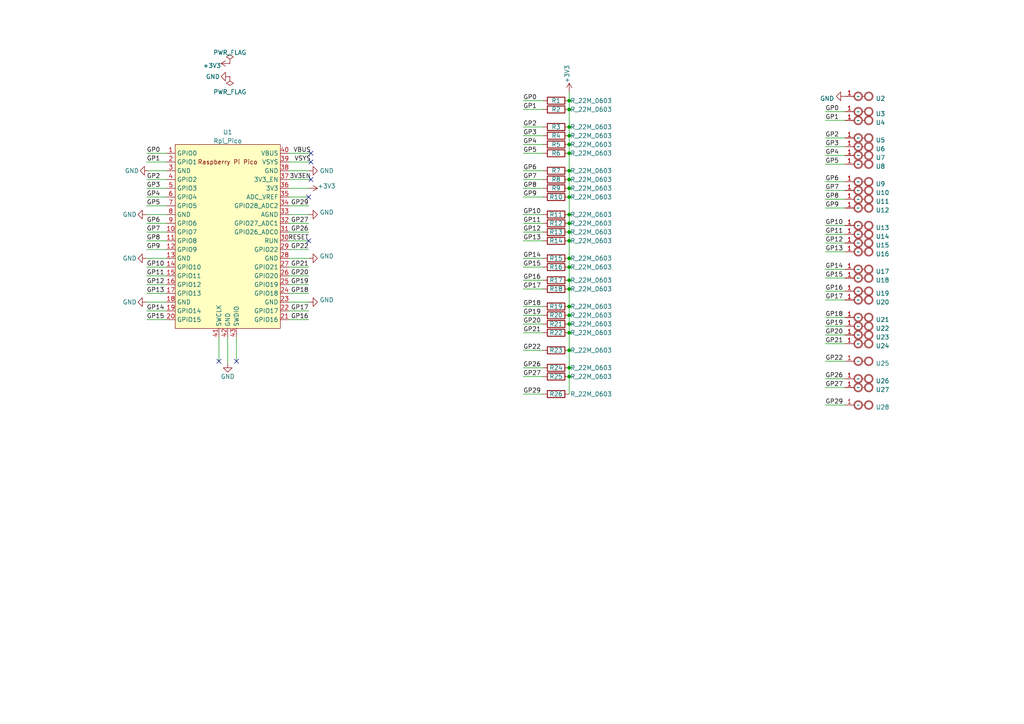
<source format=kicad_sch>
(kicad_sch (version 20230121) (generator eeschema)
  (paper "A4")
  (lib_symbols
    (symbol "HS_Digital:Rpi_Pico"
      (property "Reference" "U" (at -13.97 27.94 0))
      (property "Value" "Rpi_Pico" (at 0 19.05 0))
      (symbol "Rpi_Pico_0_0"
        (text "Raspberry Pi Pico" (at 0 21.59 0) (effects (font (size 1.27 1.27))))
      )
      (symbol "Rpi_Pico_0_1"
        (rectangle (start -15.24 26.67) (end 15.24 -26.67) (fill (type background)))
      )
      (symbol "Rpi_Pico_1_1"
        (pin bidirectional line (at -17.78 24.13 0) (length 2.54) (name "GPIO0") (number "1"))
        (pin bidirectional line (at -17.78 1.27 0) (length 2.54) (name "GPIO7") (number "10"))
        (pin bidirectional line (at -17.78 -1.27 0) (length 2.54) (name "GPIO8") (number "11"))
        (pin bidirectional line (at -17.78 -3.81 0) (length 2.54) (name "GPIO9") (number "12"))
        (pin power_in line (at -17.78 -6.35 0) (length 2.54) (name "GND") (number "13"))
        (pin bidirectional line (at -17.78 -8.89 0) (length 2.54) (name "GPIO10") (number "14"))
        (pin bidirectional line (at -17.78 -11.43 0) (length 2.54) (name "GPIO11") (number "15"))
        (pin bidirectional line (at -17.78 -13.97 0) (length 2.54) (name "GPIO12") (number "16"))
        (pin bidirectional line (at -17.78 -16.51 0) (length 2.54) (name "GPIO13") (number "17"))
        (pin power_in line (at -17.78 -19.05 0) (length 2.54) (name "GND") (number "18"))
        (pin bidirectional line (at -17.78 -21.59 0) (length 2.54) (name "GPIO14") (number "19"))
        (pin bidirectional line (at -17.78 21.59 0) (length 2.54) (name "GPIO1") (number "2"))
        (pin bidirectional line (at -17.78 -24.13 0) (length 2.54) (name "GPIO15") (number "20"))
        (pin bidirectional line (at 17.78 -24.13 180) (length 2.54) (name "GPIO16") (number "21"))
        (pin bidirectional line (at 17.78 -21.59 180) (length 2.54) (name "GPIO17") (number "22"))
        (pin power_in line (at 17.78 -19.05 180) (length 2.54) (name "GND") (number "23"))
        (pin bidirectional line (at 17.78 -16.51 180) (length 2.54) (name "GPIO18") (number "24"))
        (pin bidirectional line (at 17.78 -13.97 180) (length 2.54) (name "GPIO19") (number "25"))
        (pin bidirectional line (at 17.78 -11.43 180) (length 2.54) (name "GPIO20") (number "26"))
        (pin bidirectional line (at 17.78 -8.89 180) (length 2.54) (name "GPIO21") (number "27"))
        (pin power_in line (at 17.78 -6.35 180) (length 2.54) (name "GND") (number "28"))
        (pin bidirectional line (at 17.78 -3.81 180) (length 2.54) (name "GPIO22") (number "29"))
        (pin power_in line (at -17.78 19.05 0) (length 2.54) (name "GND") (number "3"))
        (pin input line (at 17.78 -1.27 180) (length 2.54) (name "RUN") (number "30"))
        (pin bidirectional line (at 17.78 1.27 180) (length 2.54) (name "GPIO26_ADC0") (number "31"))
        (pin bidirectional line (at 17.78 3.81 180) (length 2.54) (name "GPIO27_ADC1") (number "32"))
        (pin power_in line (at 17.78 6.35 180) (length 2.54) (name "AGND") (number "33"))
        (pin bidirectional line (at 17.78 8.89 180) (length 2.54) (name "GPIO28_ADC2") (number "34"))
        (pin power_in line (at 17.78 11.43 180) (length 2.54) (name "ADC_VREF") (number "35"))
        (pin power_in line (at 17.78 13.97 180) (length 2.54) (name "3V3") (number "36"))
        (pin input line (at 17.78 16.51 180) (length 2.54) (name "3V3_EN") (number "37"))
        (pin bidirectional line (at 17.78 19.05 180) (length 2.54) (name "GND") (number "38"))
        (pin power_in line (at 17.78 21.59 180) (length 2.54) (name "VSYS") (number "39"))
        (pin bidirectional line (at -17.78 16.51 0) (length 2.54) (name "GPIO2") (number "4"))
        (pin power_in line (at 17.78 24.13 180) (length 2.54) (name "VBUS") (number "40"))
        (pin input line (at -2.54 -29.21 90) (length 2.54) (name "SWCLK") (number "41"))
        (pin power_in line (at 0 -29.21 90) (length 2.54) (name "GND") (number "42"))
        (pin bidirectional line (at 2.54 -29.21 90) (length 2.54) (name "SWDIO") (number "43"))
        (pin bidirectional line (at -17.78 13.97 0) (length 2.54) (name "GPIO3") (number "5"))
        (pin bidirectional line (at -17.78 11.43 0) (length 2.54) (name "GPIO4") (number "6"))
        (pin bidirectional line (at -17.78 8.89 0) (length 2.54) (name "GPIO5") (number "7"))
        (pin power_in line (at -17.78 6.35 0) (length 2.54) (name "GND") (number "8"))
        (pin bidirectional line (at -17.78 3.81 0) (length 2.54) (name "GPIO6") (number "9"))
      )
    )
    (symbol "HS_Meca:ALIGATOR_CLIP"
      (property "Reference" "U" (at 0 2.54 0))
      (symbol "ALIGATOR_CLIP_0_1"
        (polyline (pts (xy 1.27 0) (xy 1.778 0)))
        (circle (center 0 0) (radius 1.016))
        (circle (center 0 0) (radius 1.27))
        (circle (center 3.048 0) (radius 1.27))
        (circle (center 3.048 0) (radius 1.016))
      )
      (symbol "ALIGATOR_CLIP_1_1"
        (pin input line (at -3.81 0 0) (length 2.54) (name "") (number "1"))
      )
    )
    (symbol "HS_Passive:R_22M_0603" (pin_numbers hide) (pin_names (offset 0))
      (property "Reference" "R" (at 2.032 0 90))
      (property "Value" "R_22M_0603" (at -2.54 0 90))
      (symbol "R_22M_0603_0_1"
        (rectangle (start -1.016 -2.54) (end 1.016 2.54) (stroke (width 0.254)))
      )
      (symbol "R_22M_0603_1_1"
        (pin passive line (at 0 3.81 270) (length 1.27) (name "~") (number "1"))
        (pin passive line (at 0 -3.81 90) (length 1.27) (name "~") (number "2"))
      )
    )
    (symbol "power:+3V3" (power) (pin_names (offset 0))
      (property "Value" "+3V3" (at 0 3.556 0))
      (symbol "+3V3_0_1"
        (polyline (pts (xy -0.762 1.27) (xy 0 2.54)))
        (polyline (pts (xy 0 0) (xy 0 2.54)))
        (polyline (pts (xy 0 2.54) (xy 0.762 1.27)))
      )
      (symbol "+3V3_1_1"
        (pin power_in line (at 0 0 90) (length 0) hide (name "+3V3") (number "1"))
      )
    )
    (symbol "power:GND" (power) (pin_names (offset 0))
      (property "Value" "GND" (at 0 -3.81 0))
      (symbol "GND_0_1"
        (polyline (pts (xy 0 0) (xy 0 -1.27) (xy 1.27 -1.27) (xy 0 -2.54) (xy -1.27 -1.27) (xy 0 -1.27)))
      )
      (symbol "GND_1_1"
        (pin power_in line (at 0 0 270) (length 0) hide (name "GND") (number "1"))
      )
    )
    (symbol "power:PWR_FLAG" (power) (pin_numbers hide) (pin_names (offset 0) hide)
      (property "Value" "PWR_FLAG" (at 0 3.81 0))
      (symbol "PWR_FLAG_0_0"
        (pin power_out line (at 0 0 90) (length 0) (name "pwr") (number "1"))
      )
      (symbol "PWR_FLAG_0_1"
        (polyline (pts (xy 0 0) (xy 0 1.27) (xy -1.016 1.905) (xy 0 2.54) (xy 1.016 1.905) (xy 0 1.27)))
      )
    )
  )
  (junction (at 165.1 29.21))
  (junction (at 165.1 74.93))
  (junction (at 165.1 39.37))
  (junction (at 165.1 81.28))
  (junction (at 165.1 88.9))
  (junction (at 165.1 67.31))
  (junction (at 165.1 93.98))
  (junction (at 165.1 31.75))
  (junction (at 165.1 49.53))
  (junction (at 165.1 41.91))
  (junction (at 165.1 52.07))
  (junction (at 165.1 96.52))
  (junction (at 165.1 101.6))
  (junction (at 165.1 91.44))
  (junction (at 165.1 57.15))
  (junction (at 165.1 44.45))
  (junction (at 165.1 64.77))
  (junction (at 165.1 69.85))
  (junction (at 165.1 109.22))
  (junction (at 165.1 36.83))
  (junction (at 165.1 106.68))
  (junction (at 165.1 77.47))
  (junction (at 165.1 54.61))
  (junction (at 165.1 83.82))
  (junction (at 165.1 62.23))
  (no_connect (at 90.17 52.07))
  (no_connect (at 89.535 69.85))
  (no_connect (at 63.5 104.775))
  (no_connect (at 68.58 104.775))
  (no_connect (at 90.17 46.99))
  (no_connect (at 89.535 57.15))
  (no_connect (at 90.17 44.45))
  (wire (pts (xy 83.82 69.85) (xy 89.535 69.85)))
  (wire (pts (xy 157.48 81.28) (xy 151.765 81.28)))
  (wire (pts (xy 165.1 36.83) (xy 165.1 39.37)))
  (wire (pts (xy 245.11 117.475) (xy 239.395 117.475)))
  (wire (pts (xy 245.11 94.615) (xy 239.395 94.615)))
  (wire (pts (xy 42.545 69.85) (xy 48.26 69.85)))
  (wire (pts (xy 42.545 44.45) (xy 48.26 44.45)))
  (wire (pts (xy 239.395 65.405) (xy 245.11 65.405)))
  (wire (pts (xy 42.545 64.77) (xy 48.26 64.77)))
  (wire (pts (xy 90.17 44.45) (xy 83.82 44.45)))
  (wire (pts (xy 245.11 92.075) (xy 239.395 92.075)))
  (wire (pts (xy 42.545 46.99) (xy 48.26 46.99)))
  (wire (pts (xy 165.1 101.6) (xy 165.1 106.68)))
  (wire (pts (xy 42.545 52.07) (xy 48.26 52.07)))
  (wire (pts (xy 90.17 46.99) (xy 83.82 46.99)))
  (wire (pts (xy 83.82 64.77) (xy 89.535 64.77)))
  (wire (pts (xy 239.395 73.025) (xy 245.11 73.025)))
  (wire (pts (xy 157.48 88.9) (xy 151.765 88.9)))
  (wire (pts (xy 151.765 57.15) (xy 157.48 57.15)))
  (wire (pts (xy 42.545 62.23) (xy 48.26 62.23)))
  (wire (pts (xy 83.82 77.47) (xy 89.535 77.47)))
  (wire (pts (xy 157.48 96.52) (xy 151.765 96.52)))
  (wire (pts (xy 42.545 74.93) (xy 48.26 74.93)))
  (wire (pts (xy 165.1 69.85) (xy 165.1 74.93)))
  (wire (pts (xy 42.545 90.17) (xy 48.26 90.17)))
  (wire (pts (xy 165.1 83.82) (xy 165.1 88.9)))
  (wire (pts (xy 239.395 40.005) (xy 245.11 40.005)))
  (wire (pts (xy 151.765 54.61) (xy 157.48 54.61)))
  (wire (pts (xy 151.765 49.53) (xy 157.48 49.53)))
  (wire (pts (xy 42.545 80.01) (xy 48.26 80.01)))
  (wire (pts (xy 239.395 80.645) (xy 245.11 80.645)))
  (wire (pts (xy 151.765 41.91) (xy 157.48 41.91)))
  (wire (pts (xy 157.48 91.44) (xy 151.765 91.44)))
  (wire (pts (xy 157.48 83.82) (xy 151.765 83.82)))
  (wire (pts (xy 83.82 82.55) (xy 89.535 82.55)))
  (wire (pts (xy 165.1 91.44) (xy 165.1 93.98)))
  (wire (pts (xy 151.765 39.37) (xy 157.48 39.37)))
  (wire (pts (xy 42.545 85.09) (xy 48.26 85.09)))
  (wire (pts (xy 165.1 88.9) (xy 165.1 91.44)))
  (wire (pts (xy 165.1 41.91) (xy 165.1 44.45)))
  (wire (pts (xy 151.765 52.07) (xy 157.48 52.07)))
  (wire (pts (xy 43.18 49.53) (xy 48.26 49.53)))
  (wire (pts (xy 165.1 109.22) (xy 165.1 114.3)))
  (wire (pts (xy 83.82 85.09) (xy 89.535 85.09)))
  (wire (pts (xy 165.1 29.21) (xy 165.1 31.75)))
  (wire (pts (xy 83.82 90.17) (xy 89.535 90.17)))
  (wire (pts (xy 42.545 59.69) (xy 48.26 59.69)))
  (wire (pts (xy 42.545 67.31) (xy 48.26 67.31)))
  (wire (pts (xy 83.82 52.07) (xy 90.17 52.07)))
  (wire (pts (xy 157.48 114.3) (xy 151.765 114.3)))
  (wire (pts (xy 245.11 86.995) (xy 239.395 86.995)))
  (wire (pts (xy 151.765 36.83) (xy 157.48 36.83)))
  (wire (pts (xy 245.11 109.855) (xy 239.395 109.855)))
  (wire (pts (xy 151.765 29.21) (xy 157.48 29.21)))
  (wire (pts (xy 151.765 62.23) (xy 157.48 62.23)))
  (wire (pts (xy 165.1 26.67) (xy 165.1 29.21)))
  (wire (pts (xy 89.535 49.53) (xy 83.82 49.53)))
  (wire (pts (xy 157.48 101.6) (xy 151.765 101.6)))
  (wire (pts (xy 165.1 77.47) (xy 165.1 81.28)))
  (wire (pts (xy 245.11 97.155) (xy 239.395 97.155)))
  (wire (pts (xy 165.1 44.45) (xy 165.1 49.53)))
  (wire (pts (xy 83.82 92.71) (xy 89.535 92.71)))
  (wire (pts (xy 165.1 96.52) (xy 165.1 101.6)))
  (wire (pts (xy 42.545 82.55) (xy 48.26 82.55)))
  (wire (pts (xy 151.765 67.31) (xy 157.48 67.31)))
  (wire (pts (xy 157.48 93.98) (xy 151.765 93.98)))
  (wire (pts (xy 68.58 104.775) (xy 68.58 97.79)))
  (wire (pts (xy 239.395 42.545) (xy 245.11 42.545)))
  (wire (pts (xy 83.82 72.39) (xy 89.535 72.39)))
  (wire (pts (xy 151.765 64.77) (xy 157.48 64.77)))
  (wire (pts (xy 239.395 45.085) (xy 245.11 45.085)))
  (wire (pts (xy 66.04 105.41) (xy 66.04 97.79)))
  (wire (pts (xy 83.82 67.31) (xy 89.535 67.31)))
  (wire (pts (xy 83.82 59.69) (xy 89.535 59.69)))
  (wire (pts (xy 165.1 106.68) (xy 165.1 109.22)))
  (wire (pts (xy 165.1 54.61) (xy 165.1 57.15)))
  (wire (pts (xy 157.48 106.68) (xy 151.765 106.68)))
  (wire (pts (xy 239.395 52.705) (xy 245.11 52.705)))
  (wire (pts (xy 239.395 34.925) (xy 245.11 34.925)))
  (wire (pts (xy 83.82 57.15) (xy 89.535 57.15)))
  (wire (pts (xy 165.1 52.07) (xy 165.1 54.61)))
  (wire (pts (xy 165.1 64.77) (xy 165.1 67.31)))
  (wire (pts (xy 42.545 92.71) (xy 48.26 92.71)))
  (wire (pts (xy 42.545 72.39) (xy 48.26 72.39)))
  (wire (pts (xy 245.11 84.455) (xy 239.395 84.455)))
  (wire (pts (xy 239.395 60.325) (xy 245.11 60.325)))
  (wire (pts (xy 89.535 87.63) (xy 83.82 87.63)))
  (wire (pts (xy 165.1 67.31) (xy 165.1 69.85)))
  (wire (pts (xy 239.395 55.245) (xy 245.11 55.245)))
  (wire (pts (xy 165.1 39.37) (xy 165.1 41.91)))
  (wire (pts (xy 165.1 81.28) (xy 165.1 83.82)))
  (wire (pts (xy 165.1 93.98) (xy 165.1 96.52)))
  (wire (pts (xy 239.395 47.625) (xy 245.11 47.625)))
  (wire (pts (xy 165.1 31.75) (xy 165.1 36.83)))
  (wire (pts (xy 245.11 112.395) (xy 239.395 112.395)))
  (wire (pts (xy 239.395 32.385) (xy 245.11 32.385)))
  (wire (pts (xy 165.1 49.53) (xy 165.1 52.07)))
  (wire (pts (xy 42.545 87.63) (xy 48.26 87.63)))
  (wire (pts (xy 151.765 69.85) (xy 157.48 69.85)))
  (wire (pts (xy 89.535 54.61) (xy 83.82 54.61)))
  (wire (pts (xy 151.765 44.45) (xy 157.48 44.45)))
  (wire (pts (xy 239.395 78.105) (xy 245.11 78.105)))
  (wire (pts (xy 165.1 74.93) (xy 165.1 77.47)))
  (wire (pts (xy 151.765 31.75) (xy 157.48 31.75)))
  (wire (pts (xy 239.395 67.945) (xy 245.11 67.945)))
  (wire (pts (xy 239.395 70.485) (xy 245.11 70.485)))
  (wire (pts (xy 239.395 57.785) (xy 245.11 57.785)))
  (wire (pts (xy 245.11 99.695) (xy 239.395 99.695)))
  (wire (pts (xy 165.1 62.23) (xy 165.1 64.77)))
  (wire (pts (xy 151.765 77.47) (xy 157.48 77.47)))
  (wire (pts (xy 245.11 104.775) (xy 239.395 104.775)))
  (wire (pts (xy 42.545 54.61) (xy 48.26 54.61)))
  (wire (pts (xy 42.545 77.47) (xy 48.26 77.47)))
  (wire (pts (xy 165.1 57.15) (xy 165.1 62.23)))
  (wire (pts (xy 83.82 80.01) (xy 89.535 80.01)))
  (wire (pts (xy 151.765 74.93) (xy 157.48 74.93)))
  (wire (pts (xy 42.545 57.15) (xy 48.26 57.15)))
  (wire (pts (xy 89.535 62.23) (xy 83.82 62.23)))
  (wire (pts (xy 157.48 109.22) (xy 151.765 109.22)))
  (wire (pts (xy 89.535 74.93) (xy 83.82 74.93)))
  (wire (pts (xy 63.5 104.775) (xy 63.5 97.79)))
  (label "GP10" (at 42.545 77.47 0))
  (label "GP3" (at 239.395 42.545 0))
  (label "GP2" (at 239.395 40.005 0))
  (label "GP19" (at 239.395 94.615 0))
  (label "GP1" (at 151.765 31.75 0))
  (label "GP5" (at 42.545 59.69 0))
  (label "GP29" (at 239.395 117.475 0))
  (label "GP3" (at 42.545 54.61 0))
  (label "GP3" (at 151.765 39.37 0))
  (label "GP7" (at 151.765 52.07 0))
  (label "GP12" (at 239.395 70.485 0))
  (label "GP26" (at 239.395 109.855 0))
  (label "GP15" (at 151.765 77.47 0))
  (label "GP4" (at 239.395 45.085 0))
  (label "GP13" (at 42.545 85.09 0))
  (label "GP4" (at 42.545 57.15 0))
  (label "GP26" (at 89.535 67.31 180))
  (label "GP12" (at 42.545 82.55 0))
  (label "GP11" (at 42.545 80.01 0))
  (label "GP9" (at 42.545 72.39 0))
  (label "GP22" (at 151.765 101.6 0))
  (label "GP20" (at 239.395 97.155 0))
  (label "GP0" (at 239.395 32.385 0))
  (label "GP11" (at 151.765 64.77 0))
  (label "GP29" (at 89.535 59.69 180))
  (label "GP5" (at 151.765 44.45 0))
  (label "GP5" (at 239.395 47.625 0))
  (label "GP16" (at 151.765 81.28 0))
  (label "GP21" (at 151.765 96.52 0))
  (label "GP8" (at 151.765 54.61 0))
  (label "3V3EN" (at 90.17 52.07 180))
  (label "GP14" (at 151.765 74.93 0))
  (label "GP6" (at 151.765 49.53 0))
  (label "GP2" (at 151.765 36.83 0))
  (label "VBUS" (at 90.17 44.45 180))
  (label "GP11" (at 239.395 67.945 0))
  (label "GP22" (at 239.395 104.775 0))
  (label "GP1" (at 42.545 46.99 0))
  (label "GP18" (at 151.765 88.9 0))
  (label "GP26" (at 151.765 106.68 0))
  (label "GP20" (at 151.765 93.98 0))
  (label "VSYS" (at 90.17 46.99 180))
  (label "GP21" (at 239.395 99.695 0))
  (label "GP13" (at 151.765 69.85 0))
  (label "GP15" (at 42.545 92.71 0))
  (label "GP10" (at 151.765 62.23 0))
  (label "GP17" (at 89.535 90.17 180))
  (label "GP17" (at 239.395 86.995 0))
  (label "GP16" (at 239.395 84.455 0))
  (label "GP18" (at 239.395 92.075 0))
  (label "GP6" (at 42.545 64.77 0))
  (label "GP14" (at 42.545 90.17 0))
  (label "GP18" (at 89.535 85.09 180))
  (label "GP8" (at 239.395 57.785 0))
  (label "GP14" (at 239.395 78.105 0))
  (label "GP19" (at 89.535 82.55 180))
  (label "GP7" (at 42.545 67.31 0))
  (label "GP27" (at 239.395 112.395 0))
  (label "GP29" (at 151.765 114.3 0))
  (label "GP22" (at 89.535 72.39 180))
  (label "GP1" (at 239.395 34.925 0))
  (label "GP15" (at 239.395 80.645 0))
  (label "GP9" (at 239.395 60.325 0))
  (label "GP8" (at 42.545 69.85 0))
  (label "GP7" (at 239.395 55.245 0))
  (label "GP4" (at 151.765 41.91 0))
  (label "GP2" (at 42.545 52.07 0))
  (label "GP0" (at 151.765 29.21 0))
  (label "GP16" (at 89.535 92.71 180))
  (label "GP27" (at 89.535 64.77 180))
  (label "GP12" (at 151.765 67.31 0))
  (label "GP17" (at 151.765 83.82 0))
  (label "GP19" (at 151.765 91.44 0))
  (label "GP6" (at 239.395 52.705 0))
  (label "GP0" (at 42.545 44.45 0))
  (label "RESET" (at 89.535 69.85 180))
  (label "GP9" (at 151.765 57.15 0))
  (label "GP20" (at 89.535 80.01 180))
  (label "GP27" (at 151.765 109.22 0))
  (label "GP13" (at 239.395 73.025 0))
  (label "GP10" (at 239.395 65.405 0))
  (label "GP21" (at 89.535 77.47 180))
  (symbol (lib_id "HS_Meca:ALIGATOR_CLIP") (at 248.92 80.645 0) (unit 1)
    (property "Reference" "U18" (at 254 81.28 0) (effects (justify left)))
    (property "Value" "~" (at 248.92 80.645 0))
    (property "Footprint" "HerediaSystems:AlligatorClip" (effects hide))
  )
  (symbol (lib_id "HS_Meca:ALIGATOR_CLIP") (at 248.92 86.995 0) (unit 1)
    (property "Reference" "U20" (at 254 87.63 0) (effects (justify left)))
    (property "Value" "~" (at 248.92 86.995 0))
    (property "Footprint" "HerediaSystems:AlligatorClip" (effects hide))
  )
  (symbol (lib_id "HS_Digital:Rpi_Pico") (at 66.04 68.58 0) (unit 1)
    (property "Reference" "U1" (at 66.04 38.3372 0))
    (property "Value" "Rpi_Pico" (at 66.04 40.8741 0))
    (property "Footprint" "HerediaSystems:RPi_Pico_SMD_TH" (effects hide))
    (property "Manufacturer" "Seeed Studio " (effects hide))
    (property "ref_manufacturer" "102110537" (effects hide))
    (property "Ref_provider" "713-102110537 " (effects hide))
    (property "Provider" "MO" (effects hide))
  )
  (symbol (lib_id "HS_Meca:ALIGATOR_CLIP") (at 248.92 32.385 0) (unit 1)
    (property "Reference" "U3" (at 254 33.02 0) (effects (justify left)))
    (property "Value" "~" (at 248.92 32.385 0))
    (property "Footprint" "HerediaSystems:AlligatorClip" (effects hide))
  )
  (symbol (lib_id "HS_Meca:ALIGATOR_CLIP") (at 248.92 57.785 0) (unit 1)
    (property "Reference" "U11" (at 254 58.42 0) (effects (justify left)))
    (property "Value" "~" (at 248.92 57.785 0))
    (property "Footprint" "HerediaSystems:AlligatorClip" (effects hide))
  )
  (symbol (lib_id "HS_Passive:R_22M_0603") (at 161.29 62.23 90) (unit 1)
    (property "Reference" "R11" (at 161.29 62.23 90))
    (property "Value" "R_22M_0603" (at 171.45 62.23 90))
    (property "Footprint" "Resistor_SMD:R_0603_1608Metric_Pad0.98x0.95mm_HandSolder" (effects hide))
    (property "Manufacturer" "Kamaya" (effects hide))
    (property "ref_manufacturer" "RMC16-226JTP" (effects hide))
    (property "Provider" "MO" (effects hide))
    (property "Ref_provider" "791-RMC16-226JTP" (effects hide))
  )
  (symbol (lib_id "HS_Passive:R_22M_0603") (at 161.29 69.85 90) (unit 1)
    (property "Reference" "R14" (at 161.29 69.85 90))
    (property "Value" "R_22M_0603" (at 171.45 69.85 90))
    (property "Footprint" "Resistor_SMD:R_0603_1608Metric_Pad0.98x0.95mm_HandSolder" (effects hide))
    (property "Manufacturer" "Kamaya" (effects hide))
    (property "ref_manufacturer" "RMC16-226JTP" (effects hide))
    (property "Provider" "MO" (effects hide))
    (property "Ref_provider" "791-RMC16-226JTP" (effects hide))
  )
  (symbol (lib_id "power:GND") (at 42.545 74.93 270) (unit 1)
    (property "Reference" "#PWR06" (effects hide))
    (property "Value" "GND" (at 35.56 74.93 90) (effects (justify left)))
  )
  (symbol (lib_id "HS_Meca:ALIGATOR_CLIP") (at 248.92 27.94 0) (unit 1)
    (property "Reference" "U2" (at 254 28.575 0) (effects (justify left)))
    (property "Value" "~" (at 248.92 27.94 0))
    (property "Footprint" "HerediaSystems:AlligatorClip" (effects hide))
  )
  (symbol (lib_id "power:+3V3") (at 66.675 18.415 90) (unit 1)
    (property "Reference" "#PWR013" (effects hide))
    (property "Value" "+3V3" (at 64.135 19.05 90) (effects (justify left)))
  )
  (symbol (lib_id "HS_Passive:R_22M_0603") (at 161.29 81.28 90) (unit 1)
    (property "Reference" "R17" (at 161.29 81.28 90))
    (property "Value" "R_22M_0603" (at 171.45 81.28 90))
    (property "Footprint" "Resistor_SMD:R_0603_1608Metric_Pad0.98x0.95mm_HandSolder" (effects hide))
    (property "Manufacturer" "Kamaya" (effects hide))
    (property "ref_manufacturer" "RMC16-226JTP" (effects hide))
    (property "Provider" "MO" (effects hide))
    (property "Ref_provider" "791-RMC16-226JTP" (effects hide))
  )
  (symbol (lib_id "HS_Passive:R_22M_0603") (at 161.29 36.83 90) (unit 1)
    (property "Reference" "R3" (at 161.29 36.83 90))
    (property "Value" "R_22M_0603" (at 171.45 36.83 90))
    (property "Footprint" "Resistor_SMD:R_0603_1608Metric_Pad0.98x0.95mm_HandSolder" (effects hide))
    (property "Manufacturer" "Kamaya" (effects hide))
    (property "ref_manufacturer" "RMC16-226JTP" (effects hide))
    (property "Provider" "MO" (effects hide))
    (property "Ref_provider" "791-RMC16-226JTP" (effects hide))
  )
  (symbol (lib_id "HS_Meca:ALIGATOR_CLIP") (at 248.92 112.395 0) (unit 1)
    (property "Reference" "U27" (at 254 113.03 0) (effects (justify left)))
    (property "Value" "~" (at 248.92 112.395 0))
    (property "Footprint" "HerediaSystems:AlligatorClip" (effects hide))
  )
  (symbol (lib_id "HS_Meca:ALIGATOR_CLIP") (at 248.92 104.775 0) (unit 1)
    (property "Reference" "U25" (at 254 105.41 0) (effects (justify left)))
    (property "Value" "~" (at 248.92 104.775 0))
    (property "Footprint" "HerediaSystems:AlligatorClip" (effects hide))
  )
  (symbol (lib_id "HS_Meca:ALIGATOR_CLIP") (at 248.92 99.695 0) (unit 1)
    (property "Reference" "U24" (at 254 100.33 0) (effects (justify left)))
    (property "Value" "~" (at 248.92 99.695 0))
    (property "Footprint" "HerediaSystems:AlligatorClip" (effects hide))
  )
  (symbol (lib_id "power:GND") (at 89.535 74.93 90) (unit 1)
    (property "Reference" "#PWR07" (effects hide))
    (property "Value" "GND" (at 92.71 74.295 90) (effects (justify right)))
  )
  (symbol (lib_id "HS_Passive:R_22M_0603") (at 161.29 67.31 90) (unit 1)
    (property "Reference" "R13" (at 161.29 67.31 90))
    (property "Value" "R_22M_0603" (at 171.45 67.31 90))
    (property "Footprint" "Resistor_SMD:R_0603_1608Metric_Pad0.98x0.95mm_HandSolder" (effects hide))
    (property "Manufacturer" "Kamaya" (effects hide))
    (property "ref_manufacturer" "RMC16-226JTP" (effects hide))
    (property "Provider" "MO" (effects hide))
    (property "Ref_provider" "791-RMC16-226JTP" (effects hide))
  )
  (symbol (lib_id "HS_Meca:ALIGATOR_CLIP") (at 248.92 52.705 0) (unit 1)
    (property "Reference" "U9" (at 254 53.34 0) (effects (justify left)))
    (property "Value" "~" (at 248.92 52.705 0))
    (property "Footprint" "HerediaSystems:AlligatorClip" (effects hide))
  )
  (symbol (lib_id "HS_Passive:R_22M_0603") (at 161.29 52.07 90) (unit 1)
    (property "Reference" "R8" (at 161.29 52.07 90))
    (property "Value" "R_22M_0603" (at 171.45 52.07 90))
    (property "Footprint" "Resistor_SMD:R_0603_1608Metric_Pad0.98x0.95mm_HandSolder" (effects hide))
    (property "Manufacturer" "Kamaya" (effects hide))
    (property "ref_manufacturer" "RMC16-226JTP" (effects hide))
    (property "Provider" "MO" (effects hide))
    (property "Ref_provider" "791-RMC16-226JTP" (effects hide))
  )
  (symbol (lib_id "HS_Passive:R_22M_0603") (at 161.29 88.9 90) (unit 1)
    (property "Reference" "R19" (at 161.29 88.9 90))
    (property "Value" "R_22M_0603" (at 171.45 88.9 90))
    (property "Footprint" "Resistor_SMD:R_0603_1608Metric_Pad0.98x0.95mm_HandSolder" (effects hide))
    (property "Manufacturer" "Kamaya" (effects hide))
    (property "ref_manufacturer" "RMC16-226JTP" (effects hide))
    (property "Provider" "MO" (effects hide))
    (property "Ref_provider" "791-RMC16-226JTP" (effects hide))
  )
  (symbol (lib_id "HS_Meca:ALIGATOR_CLIP") (at 248.92 65.405 0) (unit 1)
    (property "Reference" "U13" (at 254 66.04 0) (effects (justify left)))
    (property "Value" "~" (at 248.92 65.405 0))
    (property "Footprint" "HerediaSystems:AlligatorClip" (effects hide))
  )
  (symbol (lib_id "HS_Passive:R_22M_0603") (at 161.29 39.37 90) (unit 1)
    (property "Reference" "R4" (at 161.29 39.37 90))
    (property "Value" "R_22M_0603" (at 171.45 39.37 90))
    (property "Footprint" "Resistor_SMD:R_0603_1608Metric_Pad0.98x0.95mm_HandSolder" (effects hide))
    (property "Manufacturer" "Kamaya" (effects hide))
    (property "ref_manufacturer" "RMC16-226JTP" (effects hide))
    (property "Provider" "MO" (effects hide))
    (property "Ref_provider" "791-RMC16-226JTP" (effects hide))
  )
  (symbol (lib_id "HS_Meca:ALIGATOR_CLIP") (at 248.92 78.105 0) (unit 1)
    (property "Reference" "U17" (at 254 78.74 0) (effects (justify left)))
    (property "Value" "~" (at 248.92 78.105 0))
    (property "Footprint" "HerediaSystems:AlligatorClip" (effects hide))
  )
  (symbol (lib_id "power:GND") (at 89.535 49.53 90) (unit 1)
    (property "Reference" "#PWR02" (effects hide))
    (property "Value" "GND" (at 92.71 49.53 90) (effects (justify right)))
  )
  (symbol (lib_id "power:GND") (at 42.545 87.63 270) (unit 1)
    (property "Reference" "#PWR08" (effects hide))
    (property "Value" "GND" (at 35.56 87.63 90) (effects (justify left)))
  )
  (symbol (lib_id "HS_Passive:R_22M_0603") (at 161.29 54.61 90) (unit 1)
    (property "Reference" "R9" (at 161.29 54.61 90))
    (property "Value" "R_22M_0603" (at 171.45 54.61 90))
    (property "Footprint" "Resistor_SMD:R_0603_1608Metric_Pad0.98x0.95mm_HandSolder" (effects hide))
    (property "Manufacturer" "Kamaya" (effects hide))
    (property "ref_manufacturer" "RMC16-226JTP" (effects hide))
    (property "Provider" "MO" (effects hide))
    (property "Ref_provider" "791-RMC16-226JTP" (effects hide))
  )
  (symbol (lib_id "HS_Passive:R_22M_0603") (at 161.29 74.93 90) (unit 1)
    (property "Reference" "R15" (at 161.29 74.93 90))
    (property "Value" "R_22M_0603" (at 171.45 74.93 90))
    (property "Footprint" "Resistor_SMD:R_0603_1608Metric_Pad0.98x0.95mm_HandSolder" (effects hide))
    (property "Manufacturer" "Kamaya" (effects hide))
    (property "ref_manufacturer" "RMC16-226JTP" (effects hide))
    (property "Provider" "MO" (effects hide))
    (property "Ref_provider" "791-RMC16-226JTP" (effects hide))
  )
  (symbol (lib_id "HS_Passive:R_22M_0603") (at 161.29 64.77 90) (unit 1)
    (property "Reference" "R12" (at 161.29 64.77 90))
    (property "Value" "R_22M_0603" (at 171.45 64.77 90))
    (property "Footprint" "Resistor_SMD:R_0603_1608Metric_Pad0.98x0.95mm_HandSolder" (effects hide))
    (property "Manufacturer" "Kamaya" (effects hide))
    (property "ref_manufacturer" "RMC16-226JTP" (effects hide))
    (property "Provider" "MO" (effects hide))
    (property "Ref_provider" "791-RMC16-226JTP" (effects hide))
  )
  (symbol (lib_id "power:GND") (at 43.18 49.53 270) (unit 1)
    (property "Reference" "#PWR01" (effects hide))
    (property "Value" "GND" (at 36.195 49.53 90) (effects (justify left)))
  )
  (symbol (lib_id "HS_Passive:R_22M_0603") (at 161.29 93.98 90) (unit 1)
    (property "Reference" "R21" (at 161.29 93.98 90))
    (property "Value" "R_22M_0603" (at 171.45 93.98 90))
    (property "Footprint" "Resistor_SMD:R_0603_1608Metric_Pad0.98x0.95mm_HandSolder" (effects hide))
    (property "Manufacturer" "Kamaya" (effects hide))
    (property "ref_manufacturer" "RMC16-226JTP" (effects hide))
    (property "Provider" "MO" (effects hide))
    (property "Ref_provider" "791-RMC16-226JTP" (effects hide))
  )
  (symbol (lib_id "HS_Meca:ALIGATOR_CLIP") (at 248.92 42.545 0) (unit 1)
    (property "Reference" "U6" (at 254 43.18 0) (effects (justify left)))
    (property "Value" "~" (at 248.92 42.545 0))
    (property "Footprint" "HerediaSystems:AlligatorClip" (effects hide))
  )
  (symbol (lib_id "power:GND") (at 66.04 105.41 0) (unit 1)
    (property "Reference" "#PWR010" (effects hide))
    (property "Value" "GND" (at 66.04 109.22 0))
  )
  (symbol (lib_id "HS_Passive:R_22M_0603") (at 161.29 109.22 90) (unit 1)
    (property "Reference" "R25" (at 161.29 109.22 90))
    (property "Value" "R_22M_0603" (at 171.45 109.22 90))
    (property "Footprint" "Resistor_SMD:R_0603_1608Metric_Pad0.98x0.95mm_HandSolder" (effects hide))
    (property "Manufacturer" "Kamaya" (effects hide))
    (property "ref_manufacturer" "RMC16-226JTP" (effects hide))
    (property "Provider" "MO" (effects hide))
    (property "Ref_provider" "791-RMC16-226JTP" (effects hide))
  )
  (symbol (lib_id "power:+3V3") (at 165.1 26.67 0) (unit 1)
    (property "Reference" "#PWR021" (effects hide))
    (property "Value" "+3V3" (at 164.465 24.13 90) (effects (justify left)))
  )
  (symbol (lib_id "HS_Passive:R_22M_0603") (at 161.29 83.82 90) (unit 1)
    (property "Reference" "R18" (at 161.29 83.82 90))
    (property "Value" "R_22M_0603" (at 171.45 83.82 90))
    (property "Footprint" "Resistor_SMD:R_0603_1608Metric_Pad0.98x0.95mm_HandSolder" (effects hide))
    (property "Manufacturer" "Kamaya" (effects hide))
    (property "ref_manufacturer" "RMC16-226JTP" (effects hide))
    (property "Provider" "MO" (effects hide))
    (property "Ref_provider" "791-RMC16-226JTP" (effects hide))
  )
  (symbol (lib_id "HS_Meca:ALIGATOR_CLIP") (at 248.92 55.245 0) (unit 1)
    (property "Reference" "U10" (at 254 55.88 0) (effects (justify left)))
    (property "Value" "~" (at 248.92 55.245 0))
    (property "Footprint" "HerediaSystems:AlligatorClip" (effects hide))
  )
  (symbol (lib_id "HS_Passive:R_22M_0603") (at 161.29 101.6 90) (unit 1)
    (property "Reference" "R23" (at 161.29 101.6 90))
    (property "Value" "R_22M_0603" (at 171.45 101.6 90))
    (property "Footprint" "Resistor_SMD:R_0603_1608Metric_Pad0.98x0.95mm_HandSolder" (effects hide))
    (property "Manufacturer" "Kamaya" (effects hide))
    (property "ref_manufacturer" "RMC16-226JTP" (effects hide))
    (property "Provider" "MO" (effects hide))
    (property "Ref_provider" "791-RMC16-226JTP" (effects hide))
  )
  (symbol (lib_id "power:PWR_FLAG") (at 66.675 22.225 180) (unit 1)
    (property "Reference" "#FLG02" (effects hide))
    (property "Value" "PWR_FLAG" (at 66.675 26.67 0))
  )
  (symbol (lib_id "HS_Passive:R_22M_0603") (at 161.29 49.53 90) (unit 1)
    (property "Reference" "R7" (at 161.29 49.53 90))
    (property "Value" "R_22M_0603" (at 171.45 49.53 90))
    (property "Footprint" "Resistor_SMD:R_0603_1608Metric_Pad0.98x0.95mm_HandSolder" (effects hide))
    (property "Manufacturer" "Kamaya" (effects hide))
    (property "ref_manufacturer" "RMC16-226JTP" (effects hide))
    (property "Provider" "MO" (effects hide))
    (property "Ref_provider" "791-RMC16-226JTP" (effects hide))
  )
  (symbol (lib_id "HS_Meca:ALIGATOR_CLIP") (at 248.92 97.155 0) (unit 1)
    (property "Reference" "U23" (at 254 97.79 0) (effects (justify left)))
    (property "Value" "~" (at 248.92 97.155 0))
    (property "Footprint" "HerediaSystems:AlligatorClip" (effects hide))
  )
  (symbol (lib_id "HS_Meca:ALIGATOR_CLIP") (at 248.92 45.085 0) (unit 1)
    (property "Reference" "U7" (at 254 45.72 0) (effects (justify left)))
    (property "Value" "~" (at 248.92 45.085 0))
    (property "Footprint" "HerediaSystems:AlligatorClip" (effects hide))
  )
  (symbol (lib_id "HS_Meca:ALIGATOR_CLIP") (at 248.92 40.005 0) (unit 1)
    (property "Reference" "U5" (at 254 40.64 0) (effects (justify left)))
    (property "Value" "~" (at 248.92 40.005 0))
    (property "Footprint" "HerediaSystems:AlligatorClip" (effects hide))
  )
  (symbol (lib_id "power:GND") (at 245.11 27.94 270) (unit 1)
    (property "Reference" "#PWR011" (effects hide))
    (property "Value" "GND" (at 241.935 28.575 90) (effects (justify right)))
  )
  (symbol (lib_id "HS_Passive:R_22M_0603") (at 161.29 31.75 90) (unit 1)
    (property "Reference" "R2" (at 161.29 31.75 90))
    (property "Value" "R_22M_0603" (at 171.45 31.75 90))
    (property "Footprint" "Resistor_SMD:R_0603_1608Metric_Pad0.98x0.95mm_HandSolder" (effects hide))
    (property "Manufacturer" "Kamaya" (effects hide))
    (property "ref_manufacturer" "RMC16-226JTP" (effects hide))
    (property "Provider" "MO" (effects hide))
    (property "Ref_provider" "791-RMC16-226JTP" (effects hide))
  )
  (symbol (lib_id "HS_Meca:ALIGATOR_CLIP") (at 248.92 92.075 0) (unit 1)
    (property "Reference" "U21" (at 254 92.71 0) (effects (justify left)))
    (property "Value" "~" (at 248.92 92.075 0))
    (property "Footprint" "HerediaSystems:AlligatorClip" (effects hide))
  )
  (symbol (lib_id "HS_Meca:ALIGATOR_CLIP") (at 248.92 34.925 0) (unit 1)
    (property "Reference" "U4" (at 254 35.56 0) (effects (justify left)))
    (property "Value" "~" (at 248.92 34.925 0))
    (property "Footprint" "HerediaSystems:AlligatorClip" (effects hide))
  )
  (symbol (lib_id "HS_Passive:R_22M_0603") (at 161.29 114.3 90) (unit 1)
    (property "Reference" "R26" (at 161.29 114.3 90))
    (property "Value" "R_22M_0603" (at 171.45 114.3 90))
    (property "Footprint" "Resistor_SMD:R_0603_1608Metric_Pad0.98x0.95mm_HandSolder" (effects hide))
    (property "Manufacturer" "Kamaya" (effects hide))
    (property "ref_manufacturer" "RMC16-226JTP" (effects hide))
    (property "Provider" "MO" (effects hide))
    (property "Ref_provider" "791-RMC16-226JTP" (effects hide))
  )
  (symbol (lib_id "power:GND") (at 89.535 62.23 90) (unit 1)
    (property "Reference" "#PWR05" (effects hide))
    (property "Value" "GND" (at 92.71 61.595 90) (effects (justify right)))
  )
  (symbol (lib_id "power:PWR_FLAG") (at 66.675 18.415 0) (unit 1)
    (property "Reference" "#FLG01" (effects hide))
    (property "Value" "PWR_FLAG" (at 66.675 15.24 0))
  )
  (symbol (lib_id "HS_Passive:R_22M_0603") (at 161.29 29.21 90) (unit 1)
    (property "Reference" "R1" (at 161.29 29.21 90))
    (property "Value" "R_22M_0603" (at 171.45 29.21 90))
    (property "Footprint" "Resistor_SMD:R_0603_1608Metric_Pad0.98x0.95mm_HandSolder" (effects hide))
    (property "Manufacturer" "Kamaya" (effects hide))
    (property "ref_manufacturer" "RMC16-226JTP" (effects hide))
    (property "Provider" "MO" (effects hide))
    (property "Ref_provider" "791-RMC16-226JTP" (effects hide))
  )
  (symbol (lib_id "HS_Meca:ALIGATOR_CLIP") (at 248.92 73.025 0) (unit 1)
    (property "Reference" "U16" (at 254 73.66 0) (effects (justify left)))
    (property "Value" "~" (at 248.92 73.025 0))
    (property "Footprint" "HerediaSystems:AlligatorClip" (effects hide))
  )
  (symbol (lib_id "HS_Meca:ALIGATOR_CLIP") (at 248.92 60.325 0) (unit 1)
    (property "Reference" "U12" (at 254 60.96 0) (effects (justify left)))
    (property "Value" "~" (at 248.92 60.325 0))
    (property "Footprint" "HerediaSystems:AlligatorClip" (effects hide))
  )
  (symbol (lib_id "HS_Meca:ALIGATOR_CLIP") (at 248.92 67.945 0) (unit 1)
    (property "Reference" "U14" (at 254 68.58 0) (effects (justify left)))
    (property "Value" "~" (at 248.92 67.945 0))
    (property "Footprint" "HerediaSystems:AlligatorClip" (effects hide))
  )
  (symbol (lib_id "HS_Passive:R_22M_0603") (at 161.29 44.45 90) (unit 1)
    (property "Reference" "R6" (at 161.29 44.45 90))
    (property "Value" "R_22M_0603" (at 171.45 44.45 90))
    (property "Footprint" "Resistor_SMD:R_0603_1608Metric_Pad0.98x0.95mm_HandSolder" (effects hide))
    (property "Manufacturer" "Kamaya" (effects hide))
    (property "ref_manufacturer" "RMC16-226JTP" (effects hide))
    (property "Provider" "MO" (effects hide))
    (property "Ref_provider" "791-RMC16-226JTP" (effects hide))
  )
  (symbol (lib_id "power:GND") (at 42.545 62.23 270) (unit 1)
    (property "Reference" "#PWR04" (effects hide))
    (property "Value" "GND" (at 35.56 62.23 90) (effects (justify left)))
  )
  (symbol (lib_id "HS_Meca:ALIGATOR_CLIP") (at 248.92 47.625 0) (unit 1)
    (property "Reference" "U8" (at 254 48.26 0) (effects (justify left)))
    (property "Value" "~" (at 248.92 47.625 0))
    (property "Footprint" "HerediaSystems:AlligatorClip" (effects hide))
  )
  (symbol (lib_id "HS_Meca:ALIGATOR_CLIP") (at 248.92 70.485 0) (unit 1)
    (property "Reference" "U15" (at 254 71.12 0) (effects (justify left)))
    (property "Value" "~" (at 248.92 70.485 0))
    (property "Footprint" "HerediaSystems:AlligatorClip" (effects hide))
  )
  (symbol (lib_id "power:+3V3") (at 89.535 54.61 270) (unit 1)
    (property "Reference" "#PWR03" (effects hide))
    (property "Value" "+3V3" (at 92.075 53.975 90) (effects (justify left)))
  )
  (symbol (lib_id "HS_Passive:R_22M_0603") (at 161.29 77.47 90) (unit 1)
    (property "Reference" "R16" (at 161.29 77.47 90))
    (property "Value" "R_22M_0603" (at 171.45 77.47 90))
    (property "Footprint" "Resistor_SMD:R_0603_1608Metric_Pad0.98x0.95mm_HandSolder" (effects hide))
    (property "Manufacturer" "Kamaya" (effects hide))
    (property "ref_manufacturer" "RMC16-226JTP" (effects hide))
    (property "Provider" "MO" (effects hide))
    (property "Ref_provider" "791-RMC16-226JTP" (effects hide))
  )
  (symbol (lib_id "HS_Passive:R_22M_0603") (at 161.29 41.91 90) (unit 1)
    (property "Reference" "R5" (at 161.29 41.91 90))
    (property "Value" "R_22M_0603" (at 171.45 41.91 90))
    (property "Footprint" "Resistor_SMD:R_0603_1608Metric_Pad0.98x0.95mm_HandSolder" (effects hide))
    (property "Manufacturer" "Kamaya" (effects hide))
    (property "ref_manufacturer" "RMC16-226JTP" (effects hide))
    (property "Provider" "MO" (effects hide))
    (property "Ref_provider" "791-RMC16-226JTP" (effects hide))
  )
  (symbol (lib_id "HS_Meca:ALIGATOR_CLIP") (at 248.92 94.615 0) (unit 1)
    (property "Reference" "U22" (at 254 95.25 0) (effects (justify left)))
    (property "Value" "~" (at 248.92 94.615 0))
    (property "Footprint" "HerediaSystems:AlligatorClip" (effects hide))
  )
  (symbol (lib_id "HS_Passive:R_22M_0603") (at 161.29 57.15 90) (unit 1)
    (property "Reference" "R10" (at 161.29 57.15 90))
    (property "Value" "R_22M_0603" (at 171.45 57.15 90))
    (property "Footprint" "Resistor_SMD:R_0603_1608Metric_Pad0.98x0.95mm_HandSolder" (effects hide))
    (property "Manufacturer" "Kamaya" (effects hide))
    (property "ref_manufacturer" "RMC16-226JTP" (effects hide))
    (property "Provider" "MO" (effects hide))
    (property "Ref_provider" "791-RMC16-226JTP" (effects hide))
  )
  (symbol (lib_id "HS_Passive:R_22M_0603") (at 161.29 91.44 90) (unit 1)
    (property "Reference" "R20" (at 161.29 91.44 90))
    (property "Value" "R_22M_0603" (at 171.45 91.44 90))
    (property "Footprint" "Resistor_SMD:R_0603_1608Metric_Pad0.98x0.95mm_HandSolder" (effects hide))
    (property "Manufacturer" "Kamaya" (effects hide))
    (property "ref_manufacturer" "RMC16-226JTP" (effects hide))
    (property "Provider" "MO" (effects hide))
    (property "Ref_provider" "791-RMC16-226JTP" (effects hide))
  )
  (symbol (lib_id "HS_Passive:R_22M_0603") (at 161.29 106.68 90) (unit 1)
    (property "Reference" "R24" (at 161.29 106.68 90))
    (property "Value" "R_22M_0603" (at 171.45 106.68 90))
    (property "Footprint" "Resistor_SMD:R_0603_1608Metric_Pad0.98x0.95mm_HandSolder" (effects hide))
    (property "Manufacturer" "Kamaya" (effects hide))
    (property "ref_manufacturer" "RMC16-226JTP" (effects hide))
    (property "Provider" "MO" (effects hide))
    (property "Ref_provider" "791-RMC16-226JTP" (effects hide))
  )
  (symbol (lib_id "HS_Passive:R_22M_0603") (at 161.29 96.52 90) (unit 1)
    (property "Reference" "R22" (at 161.29 96.52 90))
    (property "Value" "R_22M_0603" (at 171.45 96.52 90))
    (property "Footprint" "Resistor_SMD:R_0603_1608Metric_Pad0.98x0.95mm_HandSolder" (effects hide))
    (property "Manufacturer" "Kamaya" (effects hide))
    (property "ref_manufacturer" "RMC16-226JTP" (effects hide))
    (property "Provider" "MO" (effects hide))
    (property "Ref_provider" "791-RMC16-226JTP" (effects hide))
  )
  (symbol (lib_id "HS_Meca:ALIGATOR_CLIP") (at 248.92 117.475 0) (unit 1)
    (property "Reference" "U28" (at 254 118.11 0) (effects (justify left)))
    (property "Value" "~" (at 248.92 117.475 0))
    (property "Footprint" "HerediaSystems:AlligatorClip" (effects hide))
  )
  (symbol (lib_id "power:GND") (at 66.675 22.225 270) (unit 1)
    (property "Reference" "#PWR012" (effects hide))
    (property "Value" "GND" (at 59.69 22.225 90) (effects (justify left)))
  )
  (symbol (lib_id "HS_Meca:ALIGATOR_CLIP") (at 248.92 109.855 0) (unit 1)
    (property "Reference" "U26" (at 254 110.49 0) (effects (justify left)))
    (property "Value" "~" (at 248.92 109.855 0))
    (property "Footprint" "HerediaSystems:AlligatorClip" (effects hide))
  )
  (symbol (lib_id "HS_Meca:ALIGATOR_CLIP") (at 248.92 84.455 0) (unit 1)
    (property "Reference" "U19" (at 254 85.09 0) (effects (justify left)))
    (property "Value" "~" (at 248.92 84.455 0))
    (property "Footprint" "HerediaSystems:AlligatorClip" (effects hide))
  )
  (symbol (lib_id "power:GND") (at 89.535 87.63 90) (unit 1)
    (property "Reference" "#PWR09" (effects hide))
    (property "Value" "GND" (at 92.71 86.995 90) (effects (justify right)))
  )
)
</source>
